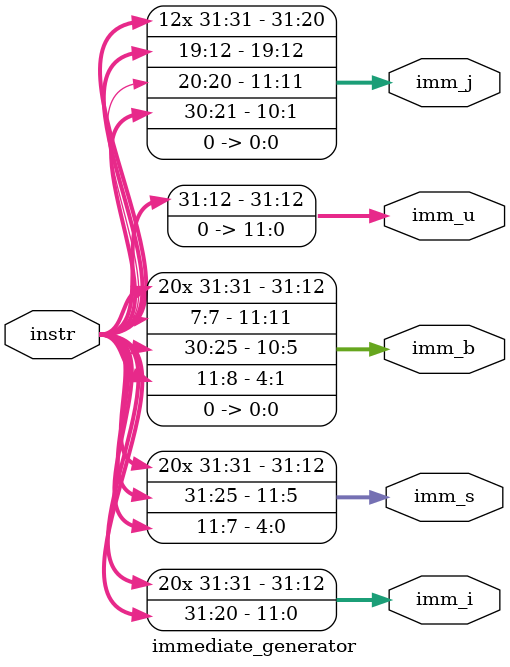
<source format=v>
`timescale 1ns/1ps

module immediate_generator (
    input      [31:0] instr,
    output reg [31:0] imm_i,
    output reg [31:0] imm_s,
    output reg [31:0] imm_b,
    output reg [31:0] imm_u,
    output reg [31:0] imm_j
);
    always @(*) begin
        imm_i = {{20{instr[31]}}, instr[31:20]};
        imm_s = {{20{instr[31]}}, instr[31:25], instr[11:7]};
        imm_b = {{19{instr[31]}}, instr[31], instr[7], instr[30:25], instr[11:8], 1'b0};
        imm_u = {instr[31:12], 12'b0};
        imm_j = {{11{instr[31]}}, instr[31], instr[19:12], instr[20], instr[30:21], 1'b0};
    end
endmodule

</source>
